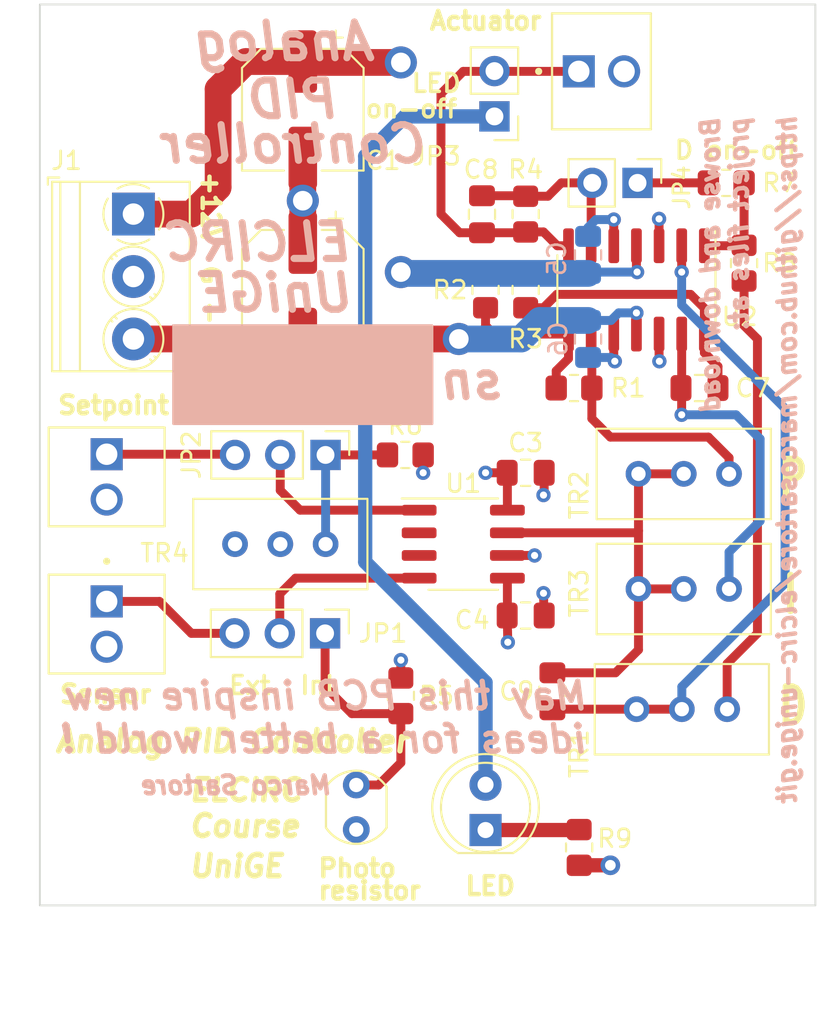
<source format=kicad_pcb>
(kicad_pcb (version 20221018) (generator pcbnew)
  (layers (0 "F.Cu" signal) (1 "In1.Cu" signal) (2 "In2.Cu" signal) (31 "B.Cu" signal) (34 "B.Paste" user) (35 "F.Paste" user) (36 "B.SilkS" user "B.Silkscreen") (37 "F.SilkS" user "F.Silkscreen") (38 "B.Mask" user) (39 "F.Mask" user) (44 "Edge.Cuts" user))
  (net 0 "")
  (net 1 "+12V")
  (net 2 "GNDREF")
  (net 3 "-12V")
  (net 4 "Net-(U2D--)")
  (net 5 "Net-(C7-Pad2)")
  (net 6 "Net-(JP4-B)")
  (net 7 "Net-(J2-Pin_1)")
  (net 8 "Net-(C9-Pad1)")
  (net 9 "Net-(U2C--)")
  (net 10 "Net-(J3-Pin_1)")
  (net 11 "Net-(J4-Pin_1)")
  (net 12 "Net-(JP1-A)")
  (net 13 "Net-(JP1-C)")
  (net 14 "Net-(JP2-A)")
  (net 15 "Net-(JP2-C)")
  (net 16 "Net-(JP4-A)")
  (net 17 "Net-(U2A--)")
  (net 18 "Net-(R1-Pad2)")
  (net 19 "Net-(R7-Pad1)")
  (net 20 "Net-(R8-Pad1)")
  (net 23 "Net-(JP3-A)")
  (net 24 "Net-(LED1-K)")
  (footprint "LED_THT:LED_D5.0mm" (layer "F.Cu") (at 100 100.525 90)
    (fp_text reference "LED1" hide)
    (fp_text value "LED_Filled")
    (pad "1" thru_hole rect (at 0 0 90) (size 1.8 1.8) (drill 0.9) (layers "*.Cu" "*.Mask") (net 24 "Net-(LED1-K)"))
    (pad "2" thru_hole circle (at 2.54 0 90) (size 1.8 1.8) (drill 0.9) (layers "*.Cu" "*.Mask") (net 23 "Net-(JP3-A)"))
  )
  (footprint "Resistor_SMD:R_0805_2012Metric_Pad1.20x1.40mm_HandSolder" (layer "F.Cu") (at 105.25 101.5 90)
    (fp_text reference "R9" (at 0.5 2 180) (layer "F.SilkS"))
    (fp_text value "330")
    (pad "1" smd roundrect (at -1 0 90) (size 1.2 1.4) (layers "F.Cu" "F.Paste" "F.Mask") (roundrect_rratio 0.2083333333) (net 2 "GNDREF"))
    (pad "2" smd roundrect (at 1 0 90) (size 1.2 1.4) (layers "F.Cu" "F.Paste" "F.Mask") (roundrect_rratio 0.2083333333) (net 24 "Net-(LED1-K)"))
  )
  (footprint "elbatech:photoresistor_NSL-5152" (layer "F.Cu") (at 92.75 99.25 -90)
    (fp_text reference "PHR1" hide)
    (fp_text value "Photoresistor 10k")
    (pad "1" thru_hole circle (at -1.25 0 270) (size 1.5 1.5) (drill 0.8) (layers "*.Cu" "*.Mask") (net 12 "Net-(JP1-A)"))
    (pad "2" thru_hole circle (at 1.25 0 270) (size 1.5 1.5) (drill 0.8) (layers "*.Cu" "*.Mask") (net 2 "GNDREF"))
  )
  (footprint "Resistor_SMD:R_0805_2012Metric_Pad1.20x1.40mm_HandSolder" (layer "F.Cu") (at 102.25 66 -90)
    (fp_text reference "R4" (at -2.5 0 -180) (layer "F.SilkS"))
    (fp_text value "10k")
    (pad "1" smd roundrect (at -1 0 270) (size 1.2 1.4) (layers "F.Cu" "F.Paste" "F.Mask") (roundrect_rratio 0.2083333333) (net 6 "Net-(JP4-B)"))
    (pad "2" smd roundrect (at 1 0 270) (size 1.2 1.4) (layers "F.Cu" "F.Paste" "F.Mask") (roundrect_rratio 0.2083333333) (net 7 "Net-(J2-Pin_1)"))
  )
  (footprint "Resistor_SMD:R_0805_2012Metric_Pad1.20x1.40mm_HandSolder" (layer "F.Cu") (at 95.25 93 90)
    (fp_text reference "R5" (at 0 2 180) (layer "F.SilkS"))
    (fp_text value "10k")
    (pad "1" smd roundrect (at -1 0 90) (size 1.2 1.4) (layers "F.Cu" "F.Paste" "F.Mask") (roundrect_rratio 0.2083333333) (net 12 "Net-(JP1-A)"))
    (pad "2" smd roundrect (at 1 0 90) (size 1.2 1.4) (layers "F.Cu" "F.Paste" "F.Mask") (roundrect_rratio 0.2083333333) (net 1 "+12V"))
  )
  (footprint "MountingHole:MountingHole_3.2mm_M3" (layer "F.Cu") (at 114.25 58.5)
    (fp_text reference "H4" hide)
    (fp_text value "MountingHole")
    (pad "" np_thru_hole circle (at 0 0) (size 3.2 3.2) (drill 3.2) (layers "*.Cu" "*.Mask"))
  )
  (footprint "elbatech:conn_TE_282834-2" (layer "F.Cu") (at 106.5 58)
    (fp_text reference "J2" hide)
    (fp_text value "Actuator")
    (pad "1" thru_hole rect (at -1.27 0) (size 1.8 1.8) (drill 1.2) (layers "*.Cu" "*.Mask") (net 7 "Net-(J2-Pin_1)"))
    (pad "2" thru_hole circle (at 1.27 0) (size 1.8 1.8) (drill 1.2) (layers "*.Cu" "*.Mask") (net 2 "GNDREF"))
  )
  (footprint "MountingHole:MountingHole_3.2mm_M3" (layer "F.Cu") (at 79 100.75)
    (fp_text reference "H1" hide)
    (fp_text value "MountingHole")
    (pad "" np_thru_hole circle (at 0 0) (size 3.2 3.2) (drill 3.2) (layers "*.Cu" "*.Mask"))
  )
  (footprint "MountingHole:MountingHole_3.2mm_M3" (layer "F.Cu") (at 79 58.5)
    (fp_text reference "H2" hide)
    (fp_text value "MountingHole")
    (pad "" np_thru_hole circle (at 0 0) (size 3.2 3.2) (drill 3.2) (layers "*.Cu" "*.Mask"))
  )
  (footprint "Capacitor_SMD:C_0805_2012Metric_Pad1.18x1.45mm_HandSolder" (layer "F.Cu") (at 102.25 80.5)
    (fp_text reference "C3" (at 0 -1.68) (layer "F.SilkS"))
    (fp_text value "100n")
    (pad "1" smd roundrect (at -1.0375 0) (size 1.175 1.45) (layers "F.Cu" "F.Paste" "F.Mask") (roundrect_rratio 0.2127659574) (net 1 "+12V"))
    (pad "2" smd roundrect (at 1.0375 0) (size 1.175 1.45) (layers "F.Cu" "F.Paste" "F.Mask") (roundrect_rratio 0.2127659574) (net 2 "GNDREF"))
  )
  (footprint "Potentiometer_THT:Potentiometer_Bourns_3296W_Vertical" (layer "F.Cu") (at 113.6575 87.01)
    (fp_text reference "TR3" (at -8.4075 0.24 90) (layer "F.SilkS"))
    (fp_text value "1k")
    (pad "1" thru_hole circle (at 0 0) (size 1.44 1.44) (drill 0.8) (layers "*.Cu" "*.Mask") (net 4 "Net-(U2D--)"))
    (pad "2" thru_hole circle (at -2.54 0) (size 1.44 1.44) (drill 0.8) (layers "*.Cu" "*.Mask") (net 8 "Net-(C9-Pad1)"))
    (pad "3" thru_hole circle (at -5.08 0) (size 1.44 1.44) (drill 0.8) (layers "*.Cu" "*.Mask") (net 8 "Net-(C9-Pad1)"))
  )
  (footprint "Capacitor_SMD:C_0805_2012Metric_Pad1.18x1.45mm_HandSolder" (layer "F.Cu") (at 112 75.75)
    (fp_text reference "C7" (at 3 0) (layer "F.SilkS"))
    (fp_text value "470n")
    (pad "1" smd roundrect (at -1.0375 0) (size 1.175 1.45) (layers "F.Cu" "F.Paste" "F.Mask") (roundrect_rratio 0.2127659574) (net 4 "Net-(U2D--)"))
    (pad "2" smd roundrect (at 1.0375 0) (size 1.175 1.45) (layers "F.Cu" "F.Paste" "F.Mask") (roundrect_rratio 0.2127659574) (net 5 "Net-(C7-Pad2)"))
  )
  (footprint "Resistor_SMD:R_0805_2012Metric_Pad1.20x1.40mm_HandSolder" (layer "F.Cu") (at 114.5 68.75 90)
    (fp_text reference "R8" (at 0 2 180) (layer "F.SilkS"))
    (fp_text value "1k")
    (pad "1" smd roundrect (at -1 0 90) (size 1.2 1.4) (layers "F.Cu" "F.Paste" "F.Mask") (roundrect_rratio 0.2083333333) (net 20 "Net-(R8-Pad1)"))
    (pad "2" smd roundrect (at 1 0 90) (size 1.2 1.4) (layers "F.Cu" "F.Paste" "F.Mask") (roundrect_rratio 0.2083333333) (net 19 "Net-(R7-Pad1)"))
  )
  (footprint "Connector_PinHeader_2.54mm:PinHeader_1x02_P2.54mm_Vertical" (layer "F.Cu") (at 100.5 60.525 180)
    (fp_text reference "JP3" (at 3.25 -2.225) (layer "F.SilkS"))
    (fp_text value "Jumper_2_Bridged")
    (pad "1" thru_hole rect (at 0 0 180) (size 1.7 1.7) (drill 1) (layers "*.Cu" "*.Mask") (net 23 "Net-(JP3-A)"))
    (pad "2" thru_hole oval (at 0 2.54 180) (size 1.7 1.7) (drill 1) (layers "*.Cu" "*.Mask") (net 7 "Net-(J2-Pin_1)"))
  )
  (footprint "Package_SO:SOIC-8_3.9x4.9mm_P1.27mm" (layer "F.Cu") (at 98.75 84.5)
    (fp_text reference "U1" (at 0 -3.4) (layer "F.SilkS"))
    (fp_text value "AD8422ARZ")
    (pad "1" smd roundrect (at -2.475 -1.905) (size 1.95 0.6) (layers "F.Cu" "F.Paste" "F.Mask") (net 15 "Net-(JP2-C)"))
    (pad "2" smd roundrect (at -2.475 -0.635) (size 1.95 0.6) (layers "F.Cu" "F.Paste" "F.Mask"))
    (pad "3" smd roundrect (at -2.475 0.635) (size 1.95 0.6) (layers "F.Cu" "F.Paste" "F.Mask"))
    (pad "4" smd roundrect (at -2.475 1.905) (size 1.95 0.6) (layers "F.Cu" "F.Paste" "F.Mask") (net 13 "Net-(JP1-C)"))
    (pad "5" smd roundrect (at 2.475 1.905) (size 1.95 0.6) (layers "F.Cu" "F.Paste" "F.Mask") (net 3 "-12V"))
    (pad "6" smd roundrect (at 2.475 0.635) (size 1.95 0.6) (layers "F.Cu" "F.Paste" "F.Mask") (net 2 "GNDREF"))
    (pad "7" smd roundrect (at 2.475 -0.635) (size 1.95 0.6) (layers "F.Cu" "F.Paste" "F.Mask") (net 8 "Net-(C9-Pad1)"))
    (pad "8" smd roundrect (at 2.475 -1.905) (size 1.95 0.6) (layers "F.Cu" "F.Paste" "F.Mask") (net 1 "+12V"))
  )
  (footprint "elbatech:conn_TE_282834-2" (layer "F.Cu") (at 78.75 88.98 -90)
    (fp_text reference "J4" hide)
    (fp_text value "External Sensor")
    (pad "1" thru_hole rect (at -1.27 0 270) (size 1.8 1.8) (drill 1.2) (layers "*.Cu" "*.Mask") (net 11 "Net-(J4-Pin_1)"))
    (pad "2" thru_hole circle (at 1.27 0 270) (size 1.8 1.8) (drill 1.2) (layers "*.Cu" "*.Mask") (net 2 "GNDREF"))
  )
  (footprint "Resistor_SMD:R_0805_2012Metric_Pad1.20x1.40mm_HandSolder" (layer "F.Cu") (at 113.5 64.25 180)
    (fp_text reference "R7" (at -3 0) (layer "F.SilkS"))
    (fp_text value "10k")
    (pad "1" smd roundrect (at -1 0 180) (size 1.2 1.4) (layers "F.Cu" "F.Paste" "F.Mask") (roundrect_rratio 0.2083333333) (net 19 "Net-(R7-Pad1)"))
    (pad "2" smd roundrect (at 1 0 180) (size 1.2 1.4) (layers "F.Cu" "F.Paste" "F.Mask") (roundrect_rratio 0.2083333333) (net 16 "Net-(JP4-A)"))
  )
  (footprint "Capacitor_SMD:CP_Elec_6.3x7.7" (layer "F.Cu") (at 89.75 60.15 -90)
    (fp_text reference "C1" (at 2.85 -4.5 -180) (layer "F.SilkS"))
    (fp_text value "100u 35V")
    (pad "1" smd roundrect (at -2.7 0 270) (size 3.5 1.6) (layers "F.Cu" "F.Paste" "F.Mask") (roundrect_rratio 0.15625) (net 1 "+12V"))
    (pad "2" smd roundrect (at 2.7 0 270) (size 3.5 1.6) (layers "F.Cu" "F.Paste" "F.Mask") (roundrect_rratio 0.15625) (net 2 "GNDREF"))
  )
  (footprint "Resistor_SMD:R_0805_2012Metric_Pad1.20x1.40mm_HandSolder" (layer "F.Cu") (at 95.5 79.5)
    (fp_text reference "R6" (at 0 -1.65) (layer "F.SilkS"))
    (fp_text value "10k")
    (pad "1" smd roundrect (at -1 0) (size 1.2 1.4) (layers "F.Cu" "F.Paste" "F.Mask") (roundrect_rratio 0.2083333333) (net 14 "Net-(JP2-A)"))
    (pad "2" smd roundrect (at 1 0) (size 1.2 1.4) (layers "F.Cu" "F.Paste" "F.Mask") (roundrect_rratio 0.2083333333) (net 1 "+12V"))
  )
  (footprint "Resistor_SMD:R_0805_2012Metric_Pad1.20x1.40mm_HandSolder" (layer "F.Cu") (at 102.25 70.25 90)
    (fp_text reference "R3" (at -2.75 0 180) (layer "F.SilkS"))
    (fp_text value "10k")
    (pad "1" smd roundrect (at -1 0 90) (size 1.2 1.4) (layers "F.Cu" "F.Paste" "F.Mask") (roundrect_rratio 0.2083333333) (net 5 "Net-(C7-Pad2)"))
    (pad "2" smd roundrect (at 1 0 90) (size 1.2 1.4) (layers "F.Cu" "F.Paste" "F.Mask") (roundrect_rratio 0.2083333333) (net 6 "Net-(JP4-B)"))
  )
  (footprint "Connector_PinHeader_2.54mm:PinHeader_1x03_P2.54mm_Vertical" (layer "F.Cu") (at 91.025 79.5 -90)
    (fp_text reference "JP2" (at 0 7.525 90) (layer "F.SilkS"))
    (fp_text value "Jumper_3_Bridged12")
    (pad "1" thru_hole rect (at 0 0 270) (size 1.7 1.7) (drill 1) (layers "*.Cu" "*.Mask") (net 14 "Net-(JP2-A)"))
    (pad "2" thru_hole oval (at 0 2.54 270) (size 1.7 1.7) (drill 1) (layers "*.Cu" "*.Mask") (net 15 "Net-(JP2-C)"))
    (pad "3" thru_hole oval (at 0 5.08 270) (size 1.7 1.7) (drill 1) (layers "*.Cu" "*.Mask") (net 10 "Net-(J3-Pin_1)"))
  )
  (footprint "Capacitor_SMD:C_0805_2012Metric_Pad1.18x1.45mm_HandSolder" (layer "F.Cu") (at 99.8 66.01 -90)
    (fp_text reference "C8" (at -2.51 0.05 -180) (layer "F.SilkS"))
    (fp_text value "100p")
    (pad "1" smd roundrect (at -1.0375 0 270) (size 1.175 1.45) (layers "F.Cu" "F.Paste" "F.Mask") (roundrect_rratio 0.2127659574) (net 6 "Net-(JP4-B)"))
    (pad "2" smd roundrect (at 1.0375 0 270) (size 1.175 1.45) (layers "F.Cu" "F.Paste" "F.Mask") (roundrect_rratio 0.2127659574) (net 7 "Net-(J2-Pin_1)"))
  )
  (footprint "Capacitor_SMD:CP_Elec_6.3x7.7" (layer "F.Cu") (at 89.75 70.3 -90)
    (fp_text reference "C2" (at 2.95 -4.5 -180) (layer "F.SilkS"))
    (fp_text value "100u 35V")
    (pad "1" smd roundrect (at -2.7 0 270) (size 3.5 1.6) (layers "F.Cu" "F.Paste" "F.Mask") (roundrect_rratio 0.15625) (net 2 "GNDREF"))
    (pad "2" smd roundrect (at 2.7 0 270) (size 3.5 1.6) (layers "F.Cu" "F.Paste" "F.Mask") (roundrect_rratio 0.15625) (net 3 "-12V"))
  )
  (footprint "Package_SO:SOIC-14_3.9x8.7mm_P1.27mm" (layer "F.Cu") (at 108.4625 70.25 -90)
    (fp_text reference "U2" (at 1.5 -5.7875 -180) (layer "F.SilkS"))
    (fp_text value "AD824")
    (pad "1" smd roundrect (at -2.475 -3.81 270) (size 1.95 0.6) (layers "F.Cu" "F.Paste" "F.Mask") (net 19 "Net-(R7-Pad1)"))
    (pad "2" smd roundrect (at -2.475 -2.54 270) (size 1.95 0.6) (layers "F.Cu" "F.Paste" "F.Mask") (net 17 "Net-(U2A--)"))
    (pad "3" smd roundrect (at -2.475 -1.27 270) (size 1.95 0.6) (layers "F.Cu" "F.Paste" "F.Mask") (net 2 "GNDREF"))
    (pad "4" smd roundrect (at -2.475 0 270) (size 1.95 0.6) (layers "F.Cu" "F.Paste" "F.Mask") (net 1 "+12V"))
    (pad "5" smd roundrect (at -2.475 1.27 270) (size 1.95 0.6) (layers "F.Cu" "F.Paste" "F.Mask") (net 2 "GNDREF"))
    (pad "6" smd roundrect (at -2.475 2.54 270) (size 1.95 0.6) (layers "F.Cu" "F.Paste" "F.Mask") (net 6 "Net-(JP4-B)"))
    (pad "7" smd roundrect (at -2.475 3.81 270) (size 1.95 0.6) (layers "F.Cu" "F.Paste" "F.Mask") (net 7 "Net-(J2-Pin_1)"))
    (pad "8" smd roundrect (at 2.475 3.81 270) (size 1.95 0.6) (layers "F.Cu" "F.Paste" "F.Mask") (net 18 "Net-(R1-Pad2)"))
    (pad "9" smd roundrect (at 2.475 2.54 270) (size 1.95 0.6) (layers "F.Cu" "F.Paste" "F.Mask") (net 9 "Net-(U2C--)"))
    (pad "10" smd roundrect (at 2.475 1.27 270) (size 1.95 0.6) (layers "F.Cu" "F.Paste" "F.Mask") (net 2 "GNDREF"))
    (pad "11" smd roundrect (at 2.475 0 270) (size 1.95 0.6) (layers "F.Cu" "F.Paste" "F.Mask") (net 3 "-12V"))
    (pad "12" smd roundrect (at 2.475 -1.27 270) (size 1.95 0.6) (layers "F.Cu" "F.Paste" "F.Mask") (net 2 "GNDREF"))
    (pad "13" smd roundrect (at 2.475 -2.54 270) (size 1.95 0.6) (layers "F.Cu" "F.Paste" "F.Mask") (net 4 "Net-(U2D--)"))
    (pad "14" smd roundrect (at 2.475 -3.81 270) (size 1.95 0.6) (layers "F.Cu" "F.Paste" "F.Mask") (net 5 "Net-(C7-Pad2)"))
  )
  (footprint "Connector_PinHeader_2.54mm:PinHeader_1x03_P2.54mm_Vertical" (layer "F.Cu") (at 91 89.5 -90)
    (fp_text reference "JP1" (at 0 -3.25 -180) (layer "F.SilkS"))
    (fp_text value "Jumper_3_Bridged12")
    (pad "1" thru_hole rect (at 0 0 270) (size 1.7 1.7) (drill 1) (layers "*.Cu" "*.Mask") (net 12 "Net-(JP1-A)"))
    (pad "2" thru_hole oval (at 0 2.54 270) (size 1.7 1.7) (drill 1) (layers "*.Cu" "*.Mask") (net 13 "Net-(JP1-C)"))
    (pad "3" thru_hole oval (at 0 5.08 270) (size 1.7 1.7) (drill 1) (layers "*.Cu" "*.Mask") (net 11 "Net-(J4-Pin_1)"))
  )
  (footprint "Resistor_SMD:R_0805_2012Metric_Pad1.20x1.40mm_HandSolder" (layer "F.Cu") (at 100 70.25 90)
    (fp_text reference "R2" (at 0 -2 180) (layer "F.SilkS"))
    (fp_text value "10k")
    (pad "1" smd roundrect (at -1 0 90) (size 1.2 1.4) (layers "F.Cu" "F.Paste" "F.Mask") (roundrect_rratio 0.2083333333) (net 18 "Net-(R1-Pad2)"))
    (pad "2" smd roundrect (at 1 0 90) (size 1.2 1.4) (layers "F.Cu" "F.Paste" "F.Mask") (roundrect_rratio 0.2083333333) (net 6 "Net-(JP4-B)"))
  )
  (footprint "TerminalBlock_Phoenix:TerminalBlock_Phoenix_PT-1,5-3-3.5-H_1x03_P3.50mm_Horizontal" (layer "F.Cu") (at 80.25 66 -90)
    (fp_text reference "J1" (at -3 3.75) (layer "F.SilkS"))
    (fp_text value "Power")
    (pad "1" thru_hole rect (at 0 0 270) (size 2.4 2.4) (drill 1.2) (layers "*.Cu" "*.Mask") (net 1 "+12V"))
    (pad "2" thru_hole circle (at 3.5 0 270) (size 2.4 2.4) (drill 1.2) (layers "*.Cu" "*.Mask") (net 2 "GNDREF"))
    (pad "3" thru_hole circle (at 7 0 270) (size 2.4 2.4) (drill 1.2) (layers "*.Cu" "*.Mask") (net 3 "-12V"))
  )
  (footprint "elbatech:conn_TE_282834-2" (layer "F.Cu") (at 78.75 80.73 -90)
    (fp_text reference "J3" hide)
    (fp_text value "External Setpoint")
    (pad "1" thru_hole rect (at -1.27 0 270) (size 1.8 1.8) (drill 1.2) (layers "*.Cu" "*.Mask") (net 10 "Net-(J3-Pin_1)"))
    (pad "2" thru_hole circle (at 1.27 0 270) (size 1.8 1.8) (drill 1.2) (layers "*.Cu" "*.Mask") (net 2 "GNDREF"))
  )
  (footprint "Potentiometer_THT:Potentiometer_Bourns_3296W_Vertical" (layer "F.Cu") (at 113.6575 80.56)
    (fp_text reference "TR2" (at -8.4075 1.19 90) (layer "F.SilkS"))
    (fp_text value "1k")
    (pad "1" thru_hole circle (at 0 0) (size 1.44 1.44) (drill 0.8) (layers "*.Cu" "*.Mask") (net 9 "Net-(U2C--)"))
    (pad "2" thru_hole circle (at -2.54 0) (size 1.44 1.44) (drill 0.8) (layers "*.Cu" "*.Mask") (net 8 "Net-(C9-Pad1)"))
    (pad "3" thru_hole circle (at -5.08 0) (size 1.44 1.44) (drill 0.8) (layers "*.Cu" "*.Mask") (net 8 "Net-(C9-Pad1)"))
  )
  (footprint "Potentiometer_THT:Potentiometer_Bourns_3296W_Vertical" (layer "F.Cu") (at 85.95 84.5 180)
    (fp_text reference "TR4" (at 3.95 -0.5) (layer "F.SilkS"))
    (fp_text value "1k")
    (pad "1" thru_hole circle (at 0 0 180) (size 1.44 1.44) (drill 0.8) (layers "*.Cu" "*.Mask") (net 2 "GNDREF"))
    (pad "2" thru_hole circle (at -2.54 0 180) (size 1.44 1.44) (drill 0.8) (layers "*.Cu" "*.Mask") (net 2 "GNDREF"))
    (pad "3" thru_hole circle (at -5.08 0 180) (size 1.44 1.44) (drill 0.8) (layers "*.Cu" "*.Mask") (net 14 "Net-(JP2-A)"))
  )
  (footprint "Resistor_SMD:R_0805_2012Metric_Pad1.20x1.40mm_HandSolder" (layer "F.Cu") (at 104.9625 75.75 180)
    (fp_text reference "R1" (at -3.0375 0) (layer "F.SilkS"))
    (fp_text value "1k")
    (pad "1" smd roundrect (at -1 0 180) (size 1.2 1.4) (layers "F.Cu" "F.Paste" "F.Mask") (roundrect_rratio 0.2083333333) (net 9 "Net-(U2C--)"))
    (pad "2" smd roundrect (at 1 0 180) (size 1.2 1.4) (layers "F.Cu" "F.Paste" "F.Mask") (roundrect_rratio 0.2083333333) (net 18 "Net-(R1-Pad2)"))
  )
  (footprint "Capacitor_SMD:C_0805_2012Metric_Pad1.18x1.45mm_HandSolder" (layer "F.Cu") (at 103.75 92.75 -90)
    (fp_text reference "C9" (at 0 2 -180) (layer "F.SilkS"))
    (fp_text value "470n")
    (pad "1" smd roundrect (at -1.0375 0 270) (size 1.175 1.45) (layers "F.Cu" "F.Paste" "F.Mask") (roundrect_rratio 0.2127659574) (net 8 "Net-(C9-Pad1)"))
    (pad "2" smd roundrect (at 1.0375 0 270) (size 1.175 1.45) (layers "F.Cu" "F.Paste" "F.Mask") (roundrect_rratio 0.2127659574) (net 17 "Net-(U2A--)"))
  )
  (footprint "Potentiometer_THT:Potentiometer_Bourns_3296W_Vertical" (layer "F.Cu") (at 113.55 93.75)
    (fp_text reference "TR1" (at -8.3 2.5 90) (layer "F.SilkS"))
    (fp_text value "1k")
    (pad "1" thru_hole circle (at 0 0) (size 1.44 1.44) (drill 0.8) (layers "*.Cu" "*.Mask") (net 20 "Net-(R8-Pad1)"))
    (pad "2" thru_hole circle (at -2.54 0) (size 1.44 1.44) (drill 0.8) (layers "*.Cu" "*.Mask") (net 17 "Net-(U2A--)"))
    (pad "3" thru_hole circle (at -5.08 0) (size 1.44 1.44) (drill 0.8) (layers "*.Cu" "*.Mask") (net 17 "Net-(U2A--)"))
  )
  (footprint "MountingHole:MountingHole_3.2mm_M3" (layer "F.Cu") (at 114.25 100.75)
    (fp_text reference "H3" hide)
    (fp_text value "MountingHole")
    (pad "" np_thru_hole circle (at 0 0) (size 3.2 3.2) (drill 3.2) (layers "*.Cu" "*.Mask"))
  )
  (footprint "Connector_PinHeader_2.54mm:PinHeader_1x02_P2.54mm_Vertical" (layer "F.Cu") (at 108.525 64.25 -90)
    (fp_text reference "JP4" (at 0.25 -2.475 -90) (layer "F.SilkS") (effects (font (size 0.9 0.9))))
    (fp_text value "Jumper_2_Bridged")
    (pad "1" thru_hole rect (at 0 0 270) (size 1.7 1.7) (drill 1) (layers "*.Cu" "*.Mask") (net 16 "Net-(JP4-A)"))
    (pad "2" thru_hole oval (at 0 2.54 270) (size 1.7 1.7) (drill 1) (layers "*.Cu" "*.Mask") (net 6 "Net-(JP4-B)"))
  )
  (footprint "Capacitor_SMD:C_0805_2012Metric_Pad1.18x1.45mm_HandSolder" (layer "F.Cu") (at 102.25 88.5)
    (fp_text reference "C4" (at -3 0.25) (layer "F.SilkS"))
    (fp_text value "100n")
    (pad "1" smd roundrect (at -1.0375 0) (size 1.175 1.45) (layers "F.Cu" "F.Paste" "F.Mask") (roundrect_rratio 0.2127659574) (net 3 "-12V"))
    (pad "2" smd roundrect (at 1.0375 0) (size 1.175 1.45) (layers "F.Cu" "F.Paste" "F.Mask") (roundrect_rratio 0.2127659574) (net 2 "GNDREF"))
  )
  (footprint "Capacitor_SMD:C_0805_2012Metric_Pad1.18x1.45mm_HandSolder" (layer "B.Cu") (at 105.75 73 -90)
    (fp_text reference "C6" (at 0 1.68 -270) (layer "B.SilkS") (effects (justify mirror)))
    (fp_text value "100n")
    (pad "1" smd roundrect (at -1.0375 0 270) (size 1.175 1.45) (layers "B.Cu" "B.Paste" "B.Mask") (roundrect_rratio 0.2127659574) (net 3 "-12V"))
    (pad "2" smd roundrect (at 1.0375 0 270) (size 1.175 1.45) (layers "B.Cu" "B.Paste" "B.Mask") (roundrect_rratio 0.2127659574) (net 2 "GNDREF"))
  )
  (footprint "Capacitor_SMD:C_0805_2012Metric_Pad1.18x1.45mm_HandSolder" (layer "B.Cu") (at 105.75 68.2875 90)
    (fp_text reference "C5" (at -0.2125 -1.75 90) (layer "B.SilkS") (effects (justify mirror)))
    (fp_text value "100n")
    (pad "1" smd roundrect (at -1.0375 0 90) (size 1.175 1.45) (layers "B.Cu" "B.Paste" "B.Mask") (roundrect_rratio 0.2127659574) (net 1 "+12V"))
    (pad "2" smd roundrect (at 1.0375 0 90) (size 1.175 1.45) (layers "B.Cu" "B.Paste" "B.Mask") (roundrect_rratio 0.2127659574) (net 2 "GNDREF"))
  )
  (gr_rect (start 82.5 72.25) (end 97 77.75) (stroke (width 0.15)) (fill solid) (layer "B.SilkS"))
  (gr_rect (start 75 54.25) (end 118.5 104.75) (stroke (width 0.1)) (fill none) (layer "Edge.Cuts"))
  (gr_text "sn" (at 101.25 76.5) (layer "B.SilkS") (effects (font (size 2 2) (thickness 0.4) bold italic) (justify left bottom mirror)))
  (gr_text "Controller" (at 97 63.25) (layer "B.SilkS") (effects (font (size 2 2) (thickness 0.4) bold italic) (justify left bottom mirror)))
  (gr_text "May this PCB inspire new\nideas for a better world !" (at 105.9 96.3) (layer "B.SilkS") (effects (font (size 1.5 1.5) (thickness 0.3) bold italic) (justify left bottom mirror)))
  (gr_text "https://github.com/marcosartore/elcirc-unige.git" (at 117.5 60.3 90) (layer "B.SilkS") (effects (font (size 1 1) (thickness 0.25) bold italic) (justify left bottom mirror)))
  (gr_text "ELCIRC" (at 92.75 68.75) (layer "B.SilkS") (effects (font (size 2 2) (thickness 0.4) bold italic) (justify left bottom mirror)))
  (gr_text "PID" (at 92 60.75) (layer "B.SilkS") (effects (font (size 2 2) (thickness 0.4) bold italic) (justify left bottom mirror)))
  (gr_text "Analog" (at 94 57.5) (layer "B.SilkS") (effects (font (size 2 2) (thickness 0.4) bold italic) (justify left bottom mirror)))
  (gr_text "Browse and download \nproject files at:" (at 114.8 60.4 90) (layer "B.SilkS") (effects (font (size 1 1) (thickness 0.25) bold italic) (justify left bottom mirror)))
  (gr_text "UniGE" (at 92.85 71.6) (layer "B.SilkS") (effects (font (size 2 2) (thickness 0.4) bold italic) (justify left bottom mirror)))
  (gr_text "Marco Sartore" (at 91.5 98.6) (layer "B.SilkS") (effects (font (size 1 1) (thickness 0.25) bold italic) (justify left bottom mirror)))
  (gr_text "Photo" (at 90.5 103.25) (layer "F.SilkS") (effects (font (size 1 1) (thickness 0.25) bold) (justify left bottom)))
  (gr_text "D" (at 116.25 94.75) (layer "F.SilkS") (effects (font (size 2 1.5) (thickness 0.375) bold) (justify left bottom)))
  (gr_text "Setpoint" (at 75.9 77.3) (layer "F.SilkS") (effects (font (size 1 1) (thickness 0.25) bold) (justify left bottom)))
  (gr_text "Int" (at 89.5 77.25) (layer "F.SilkS") (effects (font (size 1 1) (thickness 0.2) bold) (justify left bottom)))
  (gr_text "-12V" (at 84 70.75 270) (layer "F.SilkS") (effects (font (size 1 1) (thickness 0.25) bold) (justify left bottom)))
  (gr_text "LED" (at 98.75 104.25) (layer "F.SilkS") (effects (font (size 1 1) (thickness 0.25) bold) (justify left bottom)))
  (gr_text "P" (at 116.25 82) (layer "F.SilkS") (effects (font (size 2 1.5) (thickness 0.375) bold) (justify left bottom)))
  (gr_text "I" (at 116.5 88.5) (layer "F.SilkS") (effects (font (size 2 1.5) (thickness 0.375) bold) (justify left bottom)))
  (gr_text "G" (at 84 68.75 270) (layer "F.SilkS") (effects (font (size 1 1) (thickness 0.25) bold) (justify left bottom)))
  (gr_text "Sensor" (at 76 93.5) (layer "F.SilkS") (effects (font (size 1 1) (thickness 0.25) bold) (justify left bottom)))
  (gr_text "Ext" (at 85.5 77.25) (layer "F.SilkS") (effects (font (size 1 1) (thickness 0.2) bold) (justify left bottom)))
  (gr_text "on-off" (at 93.16 60.682219) (layer "F.SilkS") (effects (font (size 1 1) (thickness 0.2) bold) (justify left bottom)))
  (gr_text "+12V" (at 84 63.5 -90) (layer "F.SilkS") (effects (font (size 1 1) (thickness 0.25) bold) (justify left bottom)))
  (gr_text "Course" (at 83.25 101) (layer "F.SilkS") (effects (font (size 1.2 1.2) (thickness 0.3) bold italic) (justify left bottom)))
  (gr_text "Int" (at 89.5 93) (layer "F.SilkS") (effects (font (size 1 1) (thickness 0.2) bold) (justify left bottom)))
  (gr_text "Ext" (at 85.5 93) (layer "F.SilkS") (effects (font (size 1 1) (thickness 0.2) bold) (justify left bottom)))
  (gr_text "LED" (at 95.75 59.25) (layer "F.SilkS") (effects (font (size 1 1) (thickness 0.2) bold) (justify left bottom)))
  (gr_text "Analog PID Controller" (at 75.75 96.25) (layer "F.SilkS") (effects (font (size 1.2 1.2) (thickness 0.3) bold italic) (justify left bottom)))
  (gr_text "D on-off" (at 110.5 63) (layer "F.SilkS") (effects (font (size 1 1) (thickness 0.2) bold) (justify left bottom)))
  (gr_text "UniGE" (at 83.25 103.25) (layer "F.SilkS") (effects (font (size 1.2 1.2) (thickness 0.3) bold italic) (justify left bottom)))
  (gr_text "resistor" (at 90.5 104.5) (layer "F.SilkS") (effects (font (size 1 1) (thickness 0.25) bold) (justify left bottom)))
  (gr_text "ELCIRC" (at 83.25 99) (layer "F.SilkS") (effects (font (size 1.2 1.2) (thickness 0.3) bold italic) (justify left bottom)))
  (gr_text "Actuator" (at 96.75 55.75) (layer "F.SilkS") (effects (font (size 1 1) (thickness 0.25) bold) (justify left bottom)))
  (segment (start 101.2125 80.5) (end 100 80.5) (width 0.5) (layer "F.Cu") (net 1))
  (segment (start 80.25 66) (end 83.5 66) (width 1.5) (layer "F.Cu") (net 1))
  (segment (start 95.25 57.5) (end 89.8 57.5) (width 1.5) (layer "F.Cu") (net 1))
  (segment (start 108.4625 69.2125) (end 108.5 69.25) (width 0.5) (layer "F.Cu") (net 1))
  (segment (start 89.8 57.5) (end 89.75 57.45) (width 1.5) (layer "F.Cu") (net 1))
  (segment (start 86.55 57.45) (end 89.75 57.45) (width 1.5) (layer "F.Cu") (net 1))
  (segment (start 83.5 66) (end 85 64.5) (width 1.5) (layer "F.Cu") (net 1))
  (segment (start 108.4625 67.775) (end 108.4625 69.2125) (width 0.5) (layer "F.Cu") (net 1))
  (segment (start 85 64.5) (end 85 59) (width 1.5) (layer "F.Cu") (net 1))
  (segment (start 85 59) (end 86.55 57.45) (width 1.5) (layer "F.Cu") (net 1))
  (segment (start 96.5 79.5) (end 96.5 80.5) (width 0.5) (layer "F.Cu") (net 1))
  (segment (start 101.225 82.595) (end 101.225 80.5125) (width 0.5) (layer "F.Cu") (net 1))
  (segment (start 101.225 80.5125) (end 101.2125 80.5) (width 0.5) (layer "F.Cu") (net 1))
  (segment (start 95.25 92) (end 95.25 91) (width 0.5) (layer "F.Cu") (net 1))
  (via (at 95.25 69.25) (size 1.8) (drill 1.1) (layers "F.Cu" "B.Cu") (net 1))
  (via (at 95.25 57.5) (size 1.8) (drill 1.1) (layers "F.Cu" "B.Cu") (net 1))
  (via (at 108.5 69.25) (size 0.8) (drill 0.4) (layers "F.Cu" "B.Cu") (net 1))
  (via (at 100 80.5) (size 0.8) (drill 0.4) (layers "F.Cu" "B.Cu") (net 1))
  (via (at 96.5 80.5) (size 0.8) (drill 0.4) (layers "F.Cu" "B.Cu") (net 1))
  (via (at 95.25 91) (size 0.8) (drill 0.4) (layers "F.Cu" "B.Cu") (net 1))
  (segment (start 105.75 69.325) (end 95.325 69.325) (width 1.5) (layer "B.Cu") (net 1))
  (segment (start 95.325 69.325) (end 95.25 69.25) (width 1.5) (layer "B.Cu") (net 1))
  (segment (start 105.825 69.25) (end 105.75 69.325) (width 0.5) (layer "B.Cu") (net 1))
  (segment (start 108.5 69.25) (end 105.825 69.25) (width 0.5) (layer "B.Cu") (net 1))
  (segment (start 89.75 62.85) (end 89.75 67.6) (width 1.5) (layer "F.Cu") (net 2))
  (segment (start 107.25 66.25) (end 107.1925 66.3075) (width 0.5) (layer "F.Cu") (net 2))
  (segment (start 107.1925 74.1925) (end 107.25 74.25) (width 0.5) (layer "F.Cu") (net 2))
  (segment (start 107.1925 72.725) (end 107.1925 74.1925) (width 0.5) (layer "F.Cu") (net 2))
  (segment (start 105.25 102.5) (end 107 102.5) (width 0.8) (layer "F.Cu") (net 2))
  (segment (start 109.75 66.25) (end 109.7325 66.2675) (width 0.5) (layer "F.Cu") (net 2))
  (segment (start 103.25 81.75) (end 103.2875 81.4625) (width 0.5) (layer "F.Cu") (net 2))
  (segment (start 103.2875 88.5) (end 103.25 87.25) (width 0.5) (layer "F.Cu") (net 2))
  (segment (start 107.1925 67.775) (end 107.1925 66.3075) (width 0.5) (layer "F.Cu") (net 2))
  (segment (start 102.75 85.135) (end 101.225 85.135) (width 0.5) (layer "F.Cu") (net 2))
  (segment (start 109.7325 67.775) (end 109.7325 66.2675) (width 0.5) (layer "F.Cu") (net 2))
  (segment (start 103.2875 81.4625) (end 103.2875 80.5) (width 0.5) (layer "F.Cu") (net 2))
  (segment (start 109.7325 72.725) (end 109.7325 74.2325) (width 0.5) (layer "F.Cu") (net 2))
  (segment (start 109.7325 74.2325) (end 109.75 74.25) (width 0.5) (layer "F.Cu") (net 2))
  (via (at 103.25 87.25) (size 0.8) (drill 0.4) (layers "F.Cu" "B.Cu") (net 2))
  (via (at 107.1925 66.3075) (size 0.8) (drill 0.4) (layers "F.Cu" "B.Cu") (net 2))
  (via (at 107 102.5) (size 1.1) (drill 0.6) (layers "F.Cu" "B.Cu") (net 2))
  (via (at 102.75 85.135) (size 0.8) (drill 0.4) (layers "F.Cu" "B.Cu") (net 2))
  (via (at 109.75 74.25) (size 0.8) (drill 0.4) (layers "F.Cu" "B.Cu") (net 2))
  (via (at 103.25 81.75) (size 0.8) (drill 0.4) (layers "F.Cu" "B.Cu") (net 2))
  (via (at 107.25 74.25) (size 0.8) (drill 0.4) (layers "F.Cu" "B.Cu") (net 2))
  (via (at 109.7325 66.2675) (size 0.8) (drill 0.4) (layers "F.Cu" "B.Cu") (net 2))
  (via (at 89.75 65.25) (size 1.8) (drill 1.1) (layers "F.Cu" "B.Cu") (net 2))
  (segment (start 107.0375 74.0375) (end 107.25 74.25) (width 0.5) (layer "B.Cu") (net 2))
  (segment (start 105.75 67.25) (end 105.75 66.75) (width 0.5) (layer "B.Cu") (net 2))
  (segment (start 105.75 74.0375) (end 107.0375 74.0375) (width 0.5) (layer "B.Cu") (net 2))
  (segment (start 106.1925 66.3075) (end 107.1925 66.3075) (width 0.5) (layer "B.Cu") (net 2))
  (segment (start 105.75 66.75) (end 106.1925 66.3075) (width 0.5) (layer "B.Cu") (net 2))
  (segment (start 101.225 86.405) (end 101.225 88.4875) (width 0.5) (layer "F.Cu") (net 3))
  (segment (start 101.225 88.4875) (end 101.2125 88.5) (width 0.5) (layer "F.Cu") (net 3))
  (segment (start 108.5 71.5) (end 108.4625 71.5375) (width 0.5) (layer "F.Cu") (net 3))
  (segment (start 80.25 73) (end 89.75 73) (width 1.5) (layer "F.Cu") (net 3))
  (segment (start 108.4625 72.725) (end 108.4625 71.5375) (width 0.5) (layer "F.Cu") (net 3))
  (segment (start 101.2125 88.5) (end 101.25 90) (width 0.5) (layer "F.Cu") (net 3))
  (segment (start 98.5 73) (end 89.75 73) (width 1.5) (layer "F.Cu") (net 3))
  (via (at 98.5 73) (size 1.8) (drill 1.1) (layers "F.Cu" "B.Cu") (net 3))
  (via (at 108.4625 71.5375) (size 0.8) (drill 0.4) (layers "F.Cu" "B.Cu") (net 3))
  (via (at 101.25 90) (size 0.8) (drill 0.4) (layers "F.Cu" "B.Cu") (net 3))
  (segment (start 102 73) (end 103.0375 71.9625) (width 1.5) (layer "B.Cu") (net 3))
  (segment (start 98.5 73) (end 102 73) (width 1.5) (layer "B.Cu") (net 3))
  (segment (start 105.75 71.9625) (end 107.0375 71.9625) (width 0.5) (layer "B.Cu") (net 3))
  (segment (start 103.0375 71.9625) (end 105.75 71.9625) (width 1.5) (layer "B.Cu") (net 3))
  (segment (start 107.0375 71.9625) (end 107.4625 71.5375) (width 0.5) (layer "B.Cu") (net 3))
  (segment (start 107.4625 71.5375) (end 108.4625 71.5375) (width 0.5) (layer "B.Cu") (net 3))
  (segment (start 111 77.25) (end 111 75.7875) (width 0.5) (layer "F.Cu") (net 4))
  (segment (start 111.0025 72.725) (end 111.0025 75.71) (width 0.5) (layer "F.Cu") (net 4))
  (segment (start 111 75.7875) (end 110.9625 75.75) (width 0.5) (layer "F.Cu") (net 4))
  (segment (start 111.0025 75.71) (end 110.9625 75.75) (width 0.5) (layer "F.Cu") (net 4))
  (via (at 111 77.25) (size 0.8) (drill 0.4) (layers "F.Cu" "B.Cu") (net 4))
  (segment (start 115.4 83.2) (end 115.4 78.6) (width 0.5) (layer "B.Cu") (net 4))
  (segment (start 113.6575 84.9425) (end 115.4 83.2) (width 0.5) (layer "B.Cu") (net 4))
  (segment (start 115.4 78.6) (end 114.05 77.25) (width 0.5) (layer "B.Cu") (net 4))
  (segment (start 113.6575 87.01) (end 113.6575 84.9425) (width 0.5) (layer "B.Cu") (net 4))
  (segment (start 114.05 77.25) (end 111 77.25) (width 0.5) (layer "B.Cu") (net 4))
  (segment (start 104 70.5) (end 103.25 71.25) (width 0.5) (layer "F.Cu") (net 5))
  (segment (start 113.0375 74.5375) (end 113.0375 75.75) (width 0.5) (layer "F.Cu") (net 5))
  (segment (start 112.2725 71.2725) (end 111.5 70.5) (width 0.5) (layer "F.Cu") (net 5))
  (segment (start 112.25 72.7475) (end 112.2725 72.725) (width 0.5) (layer "F.Cu") (net 5))
  (segment (start 111.5 70.5) (end 104 70.5) (width 0.5) (layer "F.Cu") (net 5))
  (segment (start 112.2725 72.725) (end 112.2725 71.2725) (width 0.5) (layer "F.Cu") (net 5))
  (segment (start 103.25 71.25) (end 102.25 71.25) (width 0.5) (layer "F.Cu") (net 5))
  (segment (start 112.2725 72.725) (end 112.2725 73.7725) (width 0.5) (layer "F.Cu") (net 5))
  (segment (start 112.2725 73.7725) (end 113.0375 74.5375) (width 0.5) (layer "F.Cu") (net 5))
  (segment (start 105.9225 69.0775) (end 105.9225 67.775) (width 0.5) (layer "F.Cu") (net 6))
  (segment (start 103.5 69.25) (end 103.75 69.5) (width 0.5) (layer "F.Cu") (net 6))
  (segment (start 99.8 64.9725) (end 102.2225 64.9725) (width 0.5) (layer "F.Cu") (net 6))
  (segment (start 102.2225 64.9725) (end 102.25 65) (width 0.5) (layer "F.Cu") (net 6))
  (segment (start 100 69.25) (end 102.25 69.25) (width 0.5) (layer "F.Cu") (net 6))
  (segment (start 103.5 65) (end 104.25 64.25) (width 0.5) (layer "F.Cu") (net 6))
  (segment (start 105.5 69.5) (end 105.9225 69.0775) (width 0.5) (layer "F.Cu") (net 6))
  (segment (start 105.9225 67.775) (end 105.9225 64.3125) (width 0.5) (layer "F.Cu") (net 6))
  (segment (start 105.9225 64.3125) (end 105.985 64.25) (width 0.5) (layer "F.Cu") (net 6))
  (segment (start 104.25 64.25) (end 105.985 64.25) (width 0.5) (layer "F.Cu") (net 6))
  (segment (start 102.25 65) (end 103.5 65) (width 0.5) (layer "F.Cu") (net 6))
  (segment (start 103.75 69.5) (end 105.5 69.5) (width 0.5) (layer "F.Cu") (net 6))
  (segment (start 102.25 69.25) (end 103.5 69.25) (width 0.5) (layer "F.Cu") (net 6))
  (segment (start 103.25 67) (end 102.25 67) (width 0.5) (layer "F.Cu") (net 7))
  (segment (start 99.8 67.0475) (end 102.2025 67.0475) (width 0.5) (layer "F.Cu") (net 7))
  (segment (start 104.6525 67.775) (end 104.025 67.775) (width 0.5) (layer "F.Cu") (net 7))
  (segment (start 105.23 58) (end 98.75 58) (width 0.5) (layer "F.Cu") (net 7))
  (segment (start 104.025 67.775) (end 103.25 67) (width 0.5) (layer "F.Cu") (net 7))
  (segment (start 97.5 66) (end 98.5475 67.0475) (width 0.5) (layer "F.Cu") (net 7))
  (segment (start 98.5475 67.0475) (end 99.8 67.0475) (width 0.5) (layer "F.Cu") (net 7))
  (segment (start 102.2025 67.0475) (end 102.25 67) (width 0.5) (layer "F.Cu") (net 7))
  (segment (start 98.75 58) (end 97.5 59.25) (width 0.5) (layer "F.Cu") (net 7))
  (segment (start 97.5 59.25) (end 97.5 66) (width 0.5) (layer "F.Cu") (net 7))
  (segment (start 101.225 83.865) (end 108.4625 83.865) (width 0.5) (layer "F.Cu") (net 8))
  (segment (start 108.5775 90.4225) (end 108.5775 87.01) (width 0.5) (layer "F.Cu") (net 8))
  (segment (start 108.4625 83.865) (end 108.5775 83.75) (width 0.5) (layer "F.Cu") (net 8))
  (segment (start 108.5775 83.75) (end 108.5775 80.56) (width 0.5) (layer "F.Cu") (net 8))
  (segment (start 108.5775 80.56) (end 111.1175 80.56) (width 0.5) (layer "F.Cu") (net 8))
  (segment (start 107.2875 91.7125) (end 108.5775 90.4225) (width 0.5) (layer "F.Cu") (net 8))
  (segment (start 108.5775 87.01) (end 108.5775 83.75) (width 0.5) (layer "F.Cu") (net 8))
  (segment (start 111.1175 87.01) (end 108.5775 87.01) (width 0.5) (layer "F.Cu") (net 8))
  (segment (start 103.75 91.7125) (end 107.2875 91.7125) (width 0.5) (layer "F.Cu") (net 8))
  (segment (start 105.9625 72.765) (end 105.9225 72.725) (width 0.5) (layer "F.Cu") (net 9))
  (segment (start 105.9625 77.4625) (end 105.9625 75.75) (width 0.5) (layer "F.Cu") (net 9))
  (segment (start 107 78.5) (end 105.9625 77.4625) (width 0.5) (layer "F.Cu") (net 9))
  (segment (start 105.9625 75.75) (end 105.9625 72.765) (width 0.5) (layer "F.Cu") (net 9))
  (segment (start 113.6575 80.56) (end 113.6575 79.6575) (width 0.5) (layer "F.Cu") (net 9))
  (segment (start 113.6575 79.6575) (end 112.5 78.5) (width 0.5) (layer "F.Cu") (net 9))
  (segment (start 112.5 78.5) (end 107 78.5) (width 0.5) (layer "F.Cu") (net 9))
  (segment (start 78.75 79.46) (end 85.905 79.46) (width 0.5) (layer "F.Cu") (net 10))
  (segment (start 85.905 79.46) (end 85.945 79.5) (width 0.5) (layer "F.Cu") (net 10))
  (segment (start 81.71 87.71) (end 78.75 87.71) (width 0.5) (layer "F.Cu") (net 11))
  (segment (start 83.5 89.5) (end 81.71 87.71) (width 0.5) (layer "F.Cu") (net 11))
  (segment (start 85.92 89.5) (end 83.5 89.5) (width 0.5) (layer "F.Cu") (net 11))
  (segment (start 92.75 98) (end 94 98) (width 0.5) (layer "F.Cu") (net 12))
  (segment (start 95.25 96.75) (end 95.25 94) (width 0.5) (layer "F.Cu") (net 12))
  (segment (start 94 98) (end 95.25 96.75) (width 0.5) (layer "F.Cu") (net 12))
  (segment (start 91 89.5) (end 91 92.5) (width 0.5) (layer "F.Cu") (net 12))
  (segment (start 91 92.5) (end 92.5 94) (width 0.5) (layer "F.Cu") (net 12))
  (segment (start 92.5 94) (end 95.25 94) (width 0.5) (layer "F.Cu") (net 12))
  (segment (start 89.345 86.405) (end 88.46 87.29) (width 0.5) (layer "F.Cu") (net 13))
  (segment (start 88.46 87.29) (end 88.46 89.5) (width 0.5) (layer "F.Cu") (net 13))
  (segment (start 96.275 86.405) (end 89.345 86.405) (width 0.5) (layer "F.Cu") (net 13))
  (segment (start 91.03 79.505) (end 91.025 79.5) (width 0.5) (layer "F.Cu") (net 14))
  (segment (start 94.5 79.5) (end 91.025 79.5) (width 0.5) (layer "F.Cu") (net 14))
  (segment (start 91.03 84.5) (end 91.03 79.505) (width 0.5) (layer "B.Cu") (net 14))
  (segment (start 96.275 82.595) (end 89.595 82.595) (width 0.5) (layer "F.Cu") (net 15))
  (segment (start 88.485 79.5) (end 88.485 81.485) (width 0.5) (layer "F.Cu") (net 15))
  (segment (start 89.595 82.595) (end 88.485 81.485) (width 0.5) (layer "F.Cu") (net 15))
  (segment (start 112.5 64.25) (end 108.525 64.25) (width 0.5) (layer "F.Cu") (net 16))
  (segment (start 111.0025 69.2475) (end 111 69.25) (width 0.5) (layer "F.Cu") (net 17))
  (segment (start 108.47 93.75) (end 103.7875 93.75) (width 0.5) (layer "F.Cu") (net 17))
  (segment (start 103.7875 93.75) (end 103.75 93.7875) (width 0.5) (layer "F.Cu") (net 17))
  (segment (start 111.01 93.75) (end 108.47 93.75) (width 0.5) (layer "F.Cu") (net 17))
  (segment (start 111.0025 67.775) (end 111.0025 69.2475) (width 0.5) (layer "F.Cu") (net 17))
  (via (at 111 69.25) (size 0.8) (drill 0.4) (layers "F.Cu" "B.Cu") (net 17))
  (segment (start 116.8 76.9) (end 111 71.1) (width 0.5) (layer "B.Cu") (net 17))
  (segment (start 111.01 93.75) (end 111.01 92.49) (width 0.5) (layer "B.Cu") (net 17))
  (segment (start 116.8 86.7) (end 116.8 76.9) (width 0.5) (layer "B.Cu") (net 17))
  (segment (start 111 71.1) (end 111 69.25) (width 0.5) (layer "B.Cu") (net 17))
  (segment (start 111.01 92.49) (end 116.8 86.7) (width 0.5) (layer "B.Cu") (net 17))
  (segment (start 103.9625 74.7875) (end 103.9625 75.75) (width 0.5) (layer "F.Cu") (net 18))
  (segment (start 100 72.25) (end 100 71.25) (width 0.5) (layer "F.Cu") (net 18))
  (segment (start 104.6525 72.725) (end 104.6525 74.0975) (width 0.5) (layer "F.Cu") (net 18))
  (segment (start 100.475 72.725) (end 100 72.25) (width 0.5) (layer "F.Cu") (net 18))
  (segment (start 104.6525 74.0975) (end 103.9625 74.7875) (width 0.5) (layer "F.Cu") (net 18))
  (segment (start 104.6525 72.725) (end 100.475 72.725) (width 0.5) (layer "F.Cu") (net 18))
  (segment (start 112.2725 67.775) (end 114.475 67.775) (width 0.5) (layer "F.Cu") (net 19))
  (segment (start 114.5 64.25) (end 114.5 67.75) (width 0.5) (layer "F.Cu") (net 19))
  (segment (start 114.475 67.775) (end 114.5 67.75) (width 0.5) (layer "F.Cu") (net 19))
  (segment (start 114.5 72.25) (end 114.5 69.75) (width 0.5) (layer "F.Cu") (net 20))
  (segment (start 115.25 73) (end 114.5 72.25) (width 0.5) (layer "F.Cu") (net 20))
  (segment (start 113.55 93.75) (end 113.55 91.2) (width 0.5) (layer "F.Cu") (net 20))
  (segment (start 113.55 91.2) (end 115.25 89.5) (width 0.5) (layer "F.Cu") (net 20))
  (segment (start 115.25 89.5) (end 115.25 73) (width 0.5) (layer "F.Cu") (net 20))
  (segment (start 93.25 62.75) (end 95.475 60.525) (width 0.8) (layer "B.Cu") (net 23))
  (segment (start 93.25 85.5) (end 93.25 62.75) (width 0.8) (layer "B.Cu") (net 23))
  (segment (start 100 92.25) (end 93.25 85.5) (width 0.8) (layer "B.Cu") (net 23))
  (segment (start 100 97.985) (end 100 92.25) (width 0.8) (layer "B.Cu") (net 23))
  (segment (start 95.475 60.525) (end 100.5 60.525) (width 0.8) (layer "B.Cu") (net 23))
  (segment (start 105.225 100.525) (end 105.25 100.5) (width 0.8) (layer "F.Cu") (net 24))
  (segment (start 100 100.525) (end 105.225 100.525) (width 0.8) (layer "F.Cu") (net 24))
)
</source>
